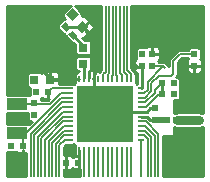
<source format=gbr>
G04 #@! TF.FileFunction,Copper,L1,Top,Signal*
%FSLAX46Y46*%
G04 Gerber Fmt 4.6, Leading zero omitted, Abs format (unit mm)*
G04 Created by KiCad (PCBNEW 4.0.0-stable) date Wednesday, March 16, 2016 'PMt' 09:11:23 PM*
%MOMM*%
G01*
G04 APERTURE LIST*
%ADD10C,0.100000*%
%ADD11C,0.609600*%
%ADD12O,0.650001X0.200000*%
%ADD13O,0.200000X0.650001*%
%ADD14R,4.700001X4.700001*%
%ADD15R,0.499999X0.599999*%
%ADD16R,0.599999X0.499999*%
%ADD17R,0.650001X0.499999*%
%ADD18R,0.750001X0.800001*%
%ADD19R,0.800001X0.750001*%
%ADD20R,1.800000X1.000000*%
%ADD21C,0.152400*%
%ADD22C,0.762000*%
%ADD23C,0.228600*%
%ADD24C,0.203200*%
%ADD25C,0.381000*%
%ADD26C,0.254000*%
%ADD27C,0.508000*%
%ADD28C,0.279400*%
G04 APERTURE END LIST*
D10*
G36*
X82243708Y93423399D02*
X82725799Y92848865D01*
X82112964Y92334635D01*
X81630873Y92909169D01*
X82243708Y93423399D01*
X82243708Y93423399D01*
G37*
G36*
X81375944Y94457559D02*
X81858035Y93883025D01*
X81245200Y93368795D01*
X80763109Y93943329D01*
X81375944Y94457559D01*
X81375944Y94457559D01*
G37*
D11*
X92056140Y94356220D03*
X86595140Y94356220D03*
X81184940Y89454020D03*
X76079540Y94356220D03*
X80219740Y94356220D03*
X83496340Y94356220D03*
X77019340Y85288420D03*
X76079540Y81986420D03*
X76079540Y80589420D03*
X92056140Y80691020D03*
X89262140Y80691020D03*
X92056140Y84145420D03*
X90201940Y84145420D03*
X92056140Y85847220D03*
X91598940Y88742820D03*
X89033540Y91613020D03*
X92056140Y92908420D03*
X86493540Y90597020D03*
X88042940Y91435220D03*
X87204740Y91435220D03*
X87204740Y91435220D03*
X86595140Y92908420D03*
X83420140Y92908420D03*
X76079540Y89276220D03*
X78848140Y90038220D03*
X76079540Y92908420D03*
X78775930Y89168620D03*
X77197140Y88412620D03*
X86493540Y89504820D03*
X80778540Y80564020D03*
X91090940Y83104020D03*
X81718340Y80589420D03*
X81108740Y82491620D03*
X77451140Y87396620D03*
X90684540Y87218820D03*
X90684540Y88057020D03*
X78695740Y92908420D03*
X90129730Y85841220D03*
X83496340Y89530220D03*
D12*
X81080935Y87691617D03*
X81080935Y87291617D03*
X81080935Y86891617D03*
X81080935Y86491617D03*
X81080935Y86091617D03*
X81080935Y85691617D03*
X81080935Y85291617D03*
X81080935Y84891617D03*
X81080935Y84491617D03*
X81080935Y84091617D03*
X81080935Y83691617D03*
X81080935Y83291617D03*
D13*
X81905935Y82466617D03*
X82305935Y82466617D03*
X82705935Y82466617D03*
X83105935Y82466617D03*
X83505935Y82466617D03*
X83905935Y82466617D03*
X84305935Y82466617D03*
X84705935Y82466617D03*
X85105935Y82466617D03*
X85505935Y82466617D03*
X85905935Y82466617D03*
X86305935Y82466617D03*
D12*
X87130935Y83291617D03*
X87130935Y83691617D03*
X87130935Y84091617D03*
X87130935Y84491617D03*
X87130935Y84891617D03*
X87130935Y85291617D03*
X87130935Y85691617D03*
X87130935Y86091617D03*
X87130935Y86491617D03*
X87130935Y86891617D03*
X87130935Y87291617D03*
X87130935Y87691617D03*
D13*
X86305935Y88516617D03*
X85905935Y88516617D03*
X85505935Y88516617D03*
X85105935Y88516617D03*
X84705935Y88516617D03*
X84305935Y88516617D03*
X83905935Y88516617D03*
X83505935Y88516617D03*
X83105935Y88516617D03*
X82705935Y88516617D03*
X82305935Y88516617D03*
X81905935Y88516617D03*
D14*
X84105935Y85491617D03*
D11*
X82305935Y87291617D03*
X83505935Y87291617D03*
X84705935Y87291617D03*
X85905935Y87291617D03*
X82305935Y86091617D03*
X83505935Y86091617D03*
X84705935Y86091617D03*
X85905935Y86091617D03*
X82305935Y84891617D03*
X83505935Y84891617D03*
X84705935Y84891617D03*
X85905935Y84891617D03*
X82305935Y83691617D03*
X83505935Y83691617D03*
X84705935Y83691617D03*
X85905935Y83691617D03*
D15*
X87204735Y89589017D03*
X87204735Y90589017D03*
X88093735Y89589017D03*
X88093735Y90589017D03*
X91649735Y90589017D03*
X91649735Y89589017D03*
D16*
X88889135Y88107817D03*
X89889135Y88107817D03*
X88889135Y87218817D03*
X89889135Y87218817D03*
D17*
X89244335Y84983617D03*
X90194335Y84983617D03*
D15*
X88296935Y84991617D03*
X88296935Y85991617D03*
D16*
X77138335Y82799217D03*
X76138335Y82799217D03*
D15*
X78060735Y86448817D03*
X78060735Y85448817D03*
D16*
X79271935Y87371217D03*
X78271935Y87371217D03*
D18*
X79446935Y88412617D03*
X78096935Y88412617D03*
D19*
X82226335Y89774781D03*
X82226335Y91124781D03*
D10*
G36*
X81346582Y92578287D02*
X81764394Y92080358D01*
X81381374Y91758965D01*
X80963562Y92256894D01*
X81346582Y92578287D01*
X81346582Y92578287D01*
G37*
G36*
X80735934Y93306029D02*
X81153746Y92808100D01*
X80770726Y92486707D01*
X80352914Y92984636D01*
X80735934Y93306029D01*
X80735934Y93306029D01*
G37*
D20*
X76638335Y86360617D03*
X76638335Y83860617D03*
D16*
X80761135Y81402217D03*
X81761135Y81402217D03*
D21*
X79918640Y80264000D02*
X79918640Y82970730D01*
X79309040Y80264000D02*
X79309040Y83223230D01*
X79613840Y80264000D02*
X79613840Y83096980D01*
X78391990Y80264000D02*
X78391990Y83603080D01*
X79004240Y80264000D02*
X79004240Y83349480D01*
X78699440Y80264000D02*
X78699440Y83475730D01*
X78086670Y80264000D02*
X78086670Y83729560D01*
X77781340Y80264000D02*
X77781340Y83856020D01*
X80223440Y80264000D02*
X80223440Y82844470D01*
X80223440Y82844470D02*
X80670580Y83291620D01*
X80670580Y83291620D02*
X81080940Y83291620D01*
X82705940Y80259220D02*
X82705940Y82466620D01*
X83905940Y80259220D02*
X83905940Y82466620D01*
X84305940Y80259220D02*
X84305940Y82466620D01*
X84705940Y80259220D02*
X84705940Y82466620D01*
X85105940Y80259220D02*
X85105940Y82466620D01*
X85505940Y80259220D02*
X85505940Y82466620D01*
X85905940Y80259220D02*
X85905940Y82466620D01*
X86305940Y88516620D02*
X86305940Y88885280D01*
X85960140Y89231080D02*
X85960140Y94686420D01*
X85960140Y89231080D02*
X86305940Y88885280D01*
X85905930Y88516620D02*
X85905930Y88854230D01*
X85655340Y89104830D02*
X85655340Y94686420D01*
X85655340Y89104830D02*
X85905930Y88854230D01*
X85505940Y88516620D02*
X85505940Y88823180D01*
X85350540Y88978580D02*
X85350540Y94686420D01*
X85350540Y88978580D02*
X85505940Y88823180D01*
X85105940Y88516620D02*
X85105940Y88792130D01*
X85045740Y88852330D02*
X85045740Y94686420D01*
X85045740Y88852330D02*
X85105940Y88792130D01*
X84705930Y88811660D02*
X84740940Y88846670D01*
X84705930Y88516620D02*
X84705930Y88811660D01*
X84740940Y88846670D02*
X84740940Y94686420D01*
X84436140Y88972920D02*
X84436140Y94686420D01*
X84305940Y88842720D02*
X84436140Y88972920D01*
X84305940Y88516620D02*
X84305940Y88842720D01*
X84131340Y89099160D02*
X84131340Y94686420D01*
X83905930Y88873760D02*
X84131340Y89099160D01*
X83905930Y88516620D02*
X83905930Y88873760D01*
X88296940Y80259220D02*
X88296940Y83680670D01*
X87130940Y84091620D02*
X87454940Y84091620D01*
X87989340Y80259220D02*
X87989340Y83557220D01*
X86305940Y80259220D02*
X86305940Y82466620D01*
X88601740Y80259220D02*
X88601740Y83806920D01*
X87130940Y84491620D02*
X87485990Y84491620D01*
X87130940Y84891620D02*
X87517040Y84891620D01*
D22*
X90202340Y84990020D02*
X92075000Y84990020D01*
D21*
X83105930Y80259220D02*
X83105930Y82466620D01*
X83505930Y80259220D02*
X83505930Y82466620D01*
X82305930Y80259220D02*
X82305930Y82466620D01*
X87517040Y84891620D02*
X88601740Y83806920D01*
X87485990Y84491620D02*
X88296940Y83680670D01*
X87454940Y84091620D02*
X87989340Y83557220D01*
X80577430Y84491620D02*
X81080940Y84491620D01*
X79309040Y83223230D02*
X80577430Y84491620D01*
X80546370Y84891620D02*
X81080940Y84891620D01*
X79004240Y83349480D02*
X80546370Y84891620D01*
X80639530Y83691620D02*
X81080940Y83691620D01*
X79918640Y82970730D02*
X80639530Y83691620D01*
X80608480Y84091620D02*
X81080940Y84091620D01*
X79613840Y83096980D02*
X80608480Y84091620D01*
X80515330Y85291620D02*
X81080940Y85291620D01*
X78699440Y83475730D02*
X80515330Y85291620D01*
X80480530Y85691620D02*
X81080940Y85691620D01*
X78391990Y83603080D02*
X80480530Y85691620D01*
X80448730Y86091620D02*
X81080940Y86091620D01*
X78086670Y83729560D02*
X80448730Y86091620D01*
X80416930Y86491620D02*
X81080940Y86491620D01*
X77781340Y83856020D02*
X80416930Y86491620D01*
X87130940Y80259220D02*
X87130940Y83291620D01*
X87684540Y80259220D02*
X87684540Y83427720D01*
X87420640Y83691620D02*
X87684540Y83427720D01*
X87130940Y83691620D02*
X87420640Y83691620D01*
D23*
X84723540Y85694820D02*
X87605170Y85694820D01*
X87892180Y85981830D02*
X88304940Y85981830D01*
X87605170Y85694820D02*
X87892180Y85981830D01*
D24*
X79275920Y87390620D02*
X79576930Y87691620D01*
D21*
X87517040Y86091620D02*
X88644230Y87218820D01*
X88296930Y87302570D02*
X88296940Y87553850D01*
X87485990Y86491620D02*
X88296930Y87302570D01*
X88644230Y87218820D02*
X88906540Y87218820D01*
X88296940Y87553850D02*
X88781060Y88037970D01*
D23*
X82178330Y92879020D02*
X82893040Y92164310D01*
X82893040Y89289310D02*
X82893040Y92164310D01*
X83293140Y89098420D02*
X83293140Y89530220D01*
X83105930Y88911220D02*
X83293140Y89098420D01*
X83105930Y88516620D02*
X83105930Y88911220D01*
X79450930Y88576620D02*
X79535930Y88491620D01*
X78858930Y89168620D02*
X79450930Y88576620D01*
X79535930Y88491620D02*
X81896140Y88491620D01*
D25*
X79450930Y88406620D02*
X79450930Y88576620D01*
D23*
X78775930Y89168620D02*
X78858930Y89168620D01*
D26*
X86510930Y89487420D02*
X87204740Y89487420D01*
X86493540Y89504820D02*
X86510930Y89487420D01*
D23*
X81905930Y80777020D02*
X81905930Y82466620D01*
D25*
X81644710Y80589420D02*
X81718340Y80589420D01*
D23*
X81718340Y80589420D02*
X81905930Y80777020D01*
X83105930Y87691620D02*
X83105930Y88516620D01*
X82705930Y89102210D02*
X82893040Y89289310D01*
D21*
X87989340Y87426020D02*
X87989340Y88094450D01*
X87454940Y86891620D02*
X87989340Y87426020D01*
X87130940Y86891620D02*
X87454940Y86891620D01*
X90422530Y90589020D02*
X91649740Y90589020D01*
X89871740Y88920620D02*
X89871740Y90038220D01*
X89871740Y90038220D02*
X90422530Y90589020D01*
X87989340Y88094450D02*
X88637710Y88742820D01*
X88637710Y88742820D02*
X89693940Y88742820D01*
X89693940Y88742820D02*
X89871740Y88920620D01*
X88042940Y89589020D02*
X88999530Y89589020D01*
X88999530Y89589020D02*
X89199530Y89389020D01*
X87420640Y87291620D02*
X87684540Y87555510D01*
X87130940Y87291620D02*
X87420640Y87291620D01*
X88917860Y89454020D02*
X89134530Y89454020D01*
X87684540Y87555510D02*
X87684540Y88220700D01*
X87684540Y88220700D02*
X88917860Y89454020D01*
D27*
X88296930Y84986820D02*
X89193930Y84986820D01*
D23*
X87915710Y84981830D02*
X88304940Y84981830D01*
X87605920Y85291620D02*
X87915710Y84981830D01*
X87130940Y85291620D02*
X87605920Y85291620D01*
D24*
X79576930Y87691620D02*
X81080940Y87691620D01*
D26*
X87204740Y87765420D02*
X87204740Y89487420D01*
X87130940Y87691620D02*
X87204740Y87765420D01*
D21*
X87130940Y86091620D02*
X87517040Y86091620D01*
X87130940Y86491620D02*
X87485990Y86491620D01*
D28*
X81363980Y92168620D02*
X82226340Y91306270D01*
D23*
X82705930Y88547180D02*
X82705930Y89102210D01*
D21*
X79423070Y86360610D02*
X80354080Y87291620D01*
X76638340Y86360610D02*
X79423070Y86360610D01*
X80354080Y87291620D02*
X81080940Y87291620D01*
X76638340Y83860610D02*
X77138330Y83360620D01*
X77138330Y82799220D02*
X77138330Y83360620D01*
X76638340Y83860610D02*
X77354130Y83860610D01*
X80385130Y86891620D02*
X81080940Y86891620D01*
X77354130Y83860610D02*
X80385130Y86891620D01*
D23*
X82305930Y88547180D02*
X82305930Y89695180D01*
X80753330Y92896370D02*
X82160980Y92896370D01*
D28*
X82226340Y91124780D02*
X82226340Y91306270D01*
D26*
G36*
X77138835Y82263468D02*
X77234085Y82168218D01*
X77425740Y82168218D01*
X77425740Y80264000D01*
X77427205Y80249060D01*
X75739180Y80249060D01*
X75739180Y82289022D01*
X75760121Y82279582D01*
X75838336Y82268467D01*
X76438334Y82268467D01*
X76482827Y82272015D01*
X76554522Y82294217D01*
X76595462Y82253276D01*
X76657865Y82211580D01*
X76727202Y82182860D01*
X76800811Y82168218D01*
X77042585Y82168218D01*
X77137835Y82263468D01*
X77137835Y82443810D01*
X77138835Y82443901D01*
X77138835Y82263468D01*
X77138835Y82263468D01*
G37*
X77138835Y82263468D02*
X77234085Y82168218D01*
X77425740Y82168218D01*
X77425740Y80264000D01*
X77427205Y80249060D01*
X75739180Y80249060D01*
X75739180Y82289022D01*
X75760121Y82279582D01*
X75838336Y82268467D01*
X76438334Y82268467D01*
X76482827Y82272015D01*
X76554522Y82294217D01*
X76595462Y82253276D01*
X76657865Y82211580D01*
X76727202Y82182860D01*
X76800811Y82168218D01*
X77042585Y82168218D01*
X77137835Y82263468D01*
X77137835Y82443810D01*
X77138835Y82443901D01*
X77138835Y82263468D01*
G36*
X92396100Y80249060D02*
X88956722Y80249060D01*
X88957305Y80254255D01*
X88957340Y80259220D01*
X88957340Y83642200D01*
X89776300Y83642200D01*
X89822459Y83650885D01*
X89864853Y83678165D01*
X89893294Y83719790D01*
X89903300Y83769200D01*
X89903300Y84404398D01*
X89942181Y84383023D01*
X90065035Y84344051D01*
X90193119Y84329684D01*
X90202340Y84329620D01*
X92075000Y84329620D01*
X92203272Y84342197D01*
X92326659Y84379450D01*
X92396100Y84416372D01*
X92396100Y80249060D01*
X92396100Y80249060D01*
G37*
X92396100Y80249060D02*
X88956722Y80249060D01*
X88957305Y80254255D01*
X88957340Y80259220D01*
X88957340Y83642200D01*
X89776300Y83642200D01*
X89822459Y83650885D01*
X89864853Y83678165D01*
X89893294Y83719790D01*
X89903300Y83769200D01*
X89903300Y84404398D01*
X89942181Y84383023D01*
X90065035Y84344051D01*
X90193119Y84329684D01*
X90202340Y84329620D01*
X92075000Y84329620D01*
X92203272Y84342197D01*
X92326659Y84379450D01*
X92396100Y84416372D01*
X92396100Y80249060D01*
G36*
X81459993Y82898743D02*
X81513062Y82845675D01*
X81549931Y82821040D01*
X81534826Y82773423D01*
X81526572Y82699838D01*
X81526535Y82694541D01*
X81526535Y82238693D01*
X81533761Y82165000D01*
X81555162Y82094115D01*
X81589925Y82028736D01*
X81636724Y81971355D01*
X81683126Y81932967D01*
X81461136Y81932967D01*
X81416643Y81929419D01*
X81344948Y81907217D01*
X81304008Y81948158D01*
X81241605Y81989854D01*
X81172268Y82018574D01*
X81098659Y82033216D01*
X80856885Y82033216D01*
X80761635Y81937966D01*
X80761635Y81402717D01*
X80781635Y81402717D01*
X80781635Y81401717D01*
X80761635Y81401717D01*
X80761635Y80866468D01*
X80856885Y80771218D01*
X81098659Y80771218D01*
X81172268Y80785860D01*
X81241605Y80814580D01*
X81304008Y80856276D01*
X81346659Y80898928D01*
X81382921Y80882582D01*
X81461136Y80871467D01*
X81950330Y80871467D01*
X81950330Y80259220D01*
X81951326Y80249060D01*
X80577886Y80249060D01*
X80579005Y80259035D01*
X80579040Y80264000D01*
X80579040Y80771218D01*
X80665385Y80771218D01*
X80760635Y80866468D01*
X80760635Y81401717D01*
X80740635Y81401717D01*
X80740635Y81402717D01*
X80760635Y81402717D01*
X80760635Y81937966D01*
X80665385Y82033216D01*
X80579040Y82033216D01*
X80579040Y82697178D01*
X80799517Y82917660D01*
X80847714Y82912254D01*
X80853011Y82912217D01*
X81308859Y82912217D01*
X81382552Y82919443D01*
X81435484Y82935424D01*
X81459993Y82898743D01*
X81459993Y82898743D01*
G37*
X81459993Y82898743D02*
X81513062Y82845675D01*
X81549931Y82821040D01*
X81534826Y82773423D01*
X81526572Y82699838D01*
X81526535Y82694541D01*
X81526535Y82238693D01*
X81533761Y82165000D01*
X81555162Y82094115D01*
X81589925Y82028736D01*
X81636724Y81971355D01*
X81683126Y81932967D01*
X81461136Y81932967D01*
X81416643Y81929419D01*
X81344948Y81907217D01*
X81304008Y81948158D01*
X81241605Y81989854D01*
X81172268Y82018574D01*
X81098659Y82033216D01*
X80856885Y82033216D01*
X80761635Y81937966D01*
X80761635Y81402717D01*
X80781635Y81402717D01*
X80781635Y81401717D01*
X80761635Y81401717D01*
X80761635Y80866468D01*
X80856885Y80771218D01*
X81098659Y80771218D01*
X81172268Y80785860D01*
X81241605Y80814580D01*
X81304008Y80856276D01*
X81346659Y80898928D01*
X81382921Y80882582D01*
X81461136Y80871467D01*
X81950330Y80871467D01*
X81950330Y80259220D01*
X81951326Y80249060D01*
X80577886Y80249060D01*
X80579005Y80259035D01*
X80579040Y80264000D01*
X80579040Y80771218D01*
X80665385Y80771218D01*
X80760635Y80866468D01*
X80760635Y81401717D01*
X80740635Y81401717D01*
X80740635Y81402717D01*
X80760635Y81402717D01*
X80760635Y81937966D01*
X80665385Y82033216D01*
X80579040Y82033216D01*
X80579040Y82697178D01*
X80799517Y82917660D01*
X80847714Y82912254D01*
X80853011Y82912217D01*
X81308859Y82912217D01*
X81382552Y82919443D01*
X81435484Y82935424D01*
X81459993Y82898743D01*
G36*
X77529985Y85148818D02*
X77533533Y85104325D01*
X77556903Y85028859D01*
X77600372Y84962893D01*
X77660499Y84911648D01*
X77732521Y84879182D01*
X77810736Y84868067D01*
X77858690Y84868067D01*
X77619532Y84628909D01*
X77616550Y84630253D01*
X77538335Y84641368D01*
X75739180Y84641368D01*
X75739180Y85579866D01*
X77529985Y85579866D01*
X77529985Y85148818D01*
X77529985Y85148818D01*
G37*
X77529985Y85148818D02*
X77533533Y85104325D01*
X77556903Y85028859D01*
X77600372Y84962893D01*
X77660499Y84911648D01*
X77732521Y84879182D01*
X77810736Y84868067D01*
X77858690Y84868067D01*
X77619532Y84628909D01*
X77616550Y84630253D01*
X77538335Y84641368D01*
X75739180Y84641368D01*
X75739180Y85579866D01*
X77529985Y85579866D01*
X77529985Y85148818D01*
G36*
X84106435Y85492117D02*
X84126435Y85492117D01*
X84126435Y85491117D01*
X84106435Y85491117D01*
X84106435Y85471117D01*
X84105435Y85471117D01*
X84105435Y85491117D01*
X84085435Y85491117D01*
X84085435Y85492117D01*
X84105435Y85492117D01*
X84105435Y85512117D01*
X84106435Y85512117D01*
X84106435Y85492117D01*
X84106435Y85492117D01*
G37*
X84106435Y85492117D02*
X84126435Y85492117D01*
X84126435Y85491117D01*
X84106435Y85491117D01*
X84106435Y85471117D01*
X84105435Y85471117D01*
X84105435Y85491117D01*
X84085435Y85491117D01*
X84085435Y85492117D01*
X84105435Y85492117D01*
X84105435Y85512117D01*
X84106435Y85512117D01*
X84106435Y85492117D01*
G36*
X92396100Y85563514D02*
X92335159Y85597017D01*
X92212305Y85635989D01*
X92084221Y85650356D01*
X92075000Y85650420D01*
X90202340Y85650420D01*
X90074068Y85637843D01*
X89950681Y85600590D01*
X89903300Y85575397D01*
X89903300Y86677500D01*
X89901312Y86688067D01*
X90189134Y86688067D01*
X90233627Y86691615D01*
X90309093Y86714985D01*
X90375059Y86758454D01*
X90426304Y86818581D01*
X90458770Y86890603D01*
X90469885Y86968818D01*
X90469885Y87468816D01*
X90466337Y87513309D01*
X90442967Y87588775D01*
X90399498Y87654741D01*
X90388939Y87663740D01*
X90426304Y87707581D01*
X90458770Y87779603D01*
X90469885Y87857818D01*
X90469885Y88357816D01*
X90466337Y88402309D01*
X90442967Y88477775D01*
X90399498Y88543741D01*
X90339371Y88594986D01*
X90267349Y88627452D01*
X90189134Y88638567D01*
X90092581Y88638567D01*
X90123187Y88669173D01*
X90144062Y88694586D01*
X90165150Y88719718D01*
X90166049Y88721354D01*
X90167238Y88722801D01*
X90182773Y88751773D01*
X90198585Y88780534D01*
X90199150Y88782316D01*
X90200034Y88783964D01*
X90209640Y88815384D01*
X90219569Y88846687D01*
X90219777Y88848545D01*
X90220324Y88850333D01*
X90223645Y88883029D01*
X90227305Y88915655D01*
X90227331Y88919308D01*
X90227338Y88919379D01*
X90227332Y88919445D01*
X90227340Y88920620D01*
X90227340Y89493267D01*
X91018736Y89493267D01*
X91018736Y89251493D01*
X91033378Y89177884D01*
X91062098Y89108547D01*
X91103794Y89046144D01*
X91156863Y88993076D01*
X91219265Y88951380D01*
X91288603Y88922660D01*
X91362211Y88908018D01*
X91553985Y88908018D01*
X91649235Y89003268D01*
X91649235Y89588517D01*
X91650235Y89588517D01*
X91650235Y89003268D01*
X91745485Y88908018D01*
X91937259Y88908018D01*
X92010867Y88922660D01*
X92080205Y88951380D01*
X92142607Y88993076D01*
X92195676Y89046144D01*
X92237372Y89108547D01*
X92266092Y89177884D01*
X92280734Y89251493D01*
X92280734Y89493267D01*
X92185484Y89588517D01*
X91650235Y89588517D01*
X91649235Y89588517D01*
X91113986Y89588517D01*
X91018736Y89493267D01*
X90227340Y89493267D01*
X90227340Y89890928D01*
X90569827Y90233420D01*
X91125972Y90233420D01*
X91144735Y90172830D01*
X91103794Y90131890D01*
X91062098Y90069487D01*
X91033378Y90000150D01*
X91018736Y89926541D01*
X91018736Y89684767D01*
X91113986Y89589517D01*
X91649235Y89589517D01*
X91649235Y89609517D01*
X91650235Y89609517D01*
X91650235Y89589517D01*
X92185484Y89589517D01*
X92280734Y89684767D01*
X92280734Y89926541D01*
X92266092Y90000150D01*
X92237372Y90069487D01*
X92195676Y90131890D01*
X92153024Y90174541D01*
X92169370Y90210803D01*
X92180485Y90289018D01*
X92180485Y90889016D01*
X92176937Y90933509D01*
X92153567Y91008975D01*
X92110098Y91074941D01*
X92049971Y91126186D01*
X91977949Y91158652D01*
X91899734Y91169767D01*
X91399736Y91169767D01*
X91355243Y91166219D01*
X91279777Y91142849D01*
X91213811Y91099380D01*
X91162566Y91039253D01*
X91130100Y90967231D01*
X91126887Y90944620D01*
X90422530Y90944620D01*
X90389783Y90941409D01*
X90357114Y90938551D01*
X90355323Y90938031D01*
X90353460Y90937848D01*
X90321983Y90928345D01*
X90290469Y90919189D01*
X90288811Y90918329D01*
X90287021Y90917789D01*
X90257974Y90902344D01*
X90228854Y90887249D01*
X90227397Y90886086D01*
X90225744Y90885207D01*
X90200259Y90864422D01*
X90174616Y90843951D01*
X90172016Y90841387D01*
X90171962Y90841343D01*
X90171921Y90841293D01*
X90171081Y90840465D01*
X89620291Y90289665D01*
X89599420Y90264256D01*
X89578330Y90239122D01*
X89577430Y90237484D01*
X89576240Y90236036D01*
X89560721Y90207092D01*
X89544895Y90178306D01*
X89544328Y90176519D01*
X89543445Y90174872D01*
X89533842Y90143462D01*
X89523911Y90112153D01*
X89523703Y90110295D01*
X89523155Y90108504D01*
X89519832Y90075790D01*
X89516175Y90043185D01*
X89516149Y90039529D01*
X89516142Y90039458D01*
X89516148Y90039392D01*
X89516140Y90038220D01*
X89516140Y89547238D01*
X89497761Y89582694D01*
X89454463Y89636931D01*
X89450977Y89640467D01*
X89250977Y89840467D01*
X89225537Y89861364D01*
X89200432Y89882430D01*
X89198800Y89883328D01*
X89197349Y89884519D01*
X89168357Y89900064D01*
X89139616Y89915865D01*
X89137832Y89916431D01*
X89136185Y89917314D01*
X89104738Y89926928D01*
X89073463Y89936849D01*
X89071610Y89937057D01*
X89069817Y89937605D01*
X89037072Y89940931D01*
X89004495Y89944585D01*
X89000842Y89944611D01*
X89000771Y89944618D01*
X89000705Y89944612D01*
X88999530Y89944620D01*
X88617496Y89944620D01*
X88598735Y90005204D01*
X88639676Y90046144D01*
X88681372Y90108547D01*
X88710092Y90177884D01*
X88724734Y90251493D01*
X88724734Y90493267D01*
X88629484Y90588517D01*
X88094235Y90588517D01*
X88094235Y90568517D01*
X88093235Y90568517D01*
X88093235Y90588517D01*
X88073235Y90588517D01*
X88073235Y90589517D01*
X88093235Y90589517D01*
X88093235Y91174766D01*
X88094235Y91174766D01*
X88094235Y90589517D01*
X88629484Y90589517D01*
X88724734Y90684767D01*
X88724734Y90926541D01*
X88710092Y91000150D01*
X88681372Y91069487D01*
X88639676Y91131890D01*
X88586607Y91184958D01*
X88524205Y91226654D01*
X88454867Y91255374D01*
X88381259Y91270016D01*
X88189485Y91270016D01*
X88094235Y91174766D01*
X88093235Y91174766D01*
X87997985Y91270016D01*
X87806211Y91270016D01*
X87732603Y91255374D01*
X87663265Y91226654D01*
X87600863Y91184958D01*
X87561628Y91145724D01*
X87532949Y91158652D01*
X87454734Y91169767D01*
X86954736Y91169767D01*
X86910243Y91166219D01*
X86834777Y91142849D01*
X86768811Y91099380D01*
X86717566Y91039253D01*
X86685100Y90967231D01*
X86673985Y90889016D01*
X86673985Y90289018D01*
X86677533Y90244525D01*
X86699735Y90172830D01*
X86658794Y90131890D01*
X86617098Y90069487D01*
X86588378Y90000150D01*
X86573736Y89926541D01*
X86573736Y89684767D01*
X86668986Y89589517D01*
X86812805Y89589517D01*
X86812487Y89588517D01*
X86668986Y89588517D01*
X86573736Y89493267D01*
X86573736Y89251493D01*
X86588378Y89177884D01*
X86617098Y89108547D01*
X86658794Y89046144D01*
X86711863Y88993076D01*
X86774265Y88951380D01*
X86798340Y88941408D01*
X86798340Y88054438D01*
X86776386Y88047810D01*
X86751877Y88084491D01*
X86698808Y88137559D01*
X86661939Y88162194D01*
X86677044Y88209811D01*
X86685298Y88283396D01*
X86685335Y88288693D01*
X86685335Y88744541D01*
X86678109Y88818234D01*
X86661540Y88873114D01*
X86661540Y88885280D01*
X86658327Y88918052D01*
X86655471Y88950693D01*
X86654951Y88952483D01*
X86654768Y88954350D01*
X86645259Y88985844D01*
X86636110Y89017339D01*
X86635249Y89018999D01*
X86634709Y89020789D01*
X86619284Y89049799D01*
X86604171Y89078954D01*
X86603005Y89080414D01*
X86602127Y89082066D01*
X86581361Y89107528D01*
X86560873Y89133192D01*
X86558307Y89135794D01*
X86558263Y89135848D01*
X86558213Y89135889D01*
X86557387Y89136727D01*
X86315740Y89378374D01*
X86315740Y94686420D01*
X86314744Y94696580D01*
X92396100Y94696580D01*
X92396100Y85563514D01*
X92396100Y85563514D01*
G37*
X92396100Y85563514D02*
X92335159Y85597017D01*
X92212305Y85635989D01*
X92084221Y85650356D01*
X92075000Y85650420D01*
X90202340Y85650420D01*
X90074068Y85637843D01*
X89950681Y85600590D01*
X89903300Y85575397D01*
X89903300Y86677500D01*
X89901312Y86688067D01*
X90189134Y86688067D01*
X90233627Y86691615D01*
X90309093Y86714985D01*
X90375059Y86758454D01*
X90426304Y86818581D01*
X90458770Y86890603D01*
X90469885Y86968818D01*
X90469885Y87468816D01*
X90466337Y87513309D01*
X90442967Y87588775D01*
X90399498Y87654741D01*
X90388939Y87663740D01*
X90426304Y87707581D01*
X90458770Y87779603D01*
X90469885Y87857818D01*
X90469885Y88357816D01*
X90466337Y88402309D01*
X90442967Y88477775D01*
X90399498Y88543741D01*
X90339371Y88594986D01*
X90267349Y88627452D01*
X90189134Y88638567D01*
X90092581Y88638567D01*
X90123187Y88669173D01*
X90144062Y88694586D01*
X90165150Y88719718D01*
X90166049Y88721354D01*
X90167238Y88722801D01*
X90182773Y88751773D01*
X90198585Y88780534D01*
X90199150Y88782316D01*
X90200034Y88783964D01*
X90209640Y88815384D01*
X90219569Y88846687D01*
X90219777Y88848545D01*
X90220324Y88850333D01*
X90223645Y88883029D01*
X90227305Y88915655D01*
X90227331Y88919308D01*
X90227338Y88919379D01*
X90227332Y88919445D01*
X90227340Y88920620D01*
X90227340Y89493267D01*
X91018736Y89493267D01*
X91018736Y89251493D01*
X91033378Y89177884D01*
X91062098Y89108547D01*
X91103794Y89046144D01*
X91156863Y88993076D01*
X91219265Y88951380D01*
X91288603Y88922660D01*
X91362211Y88908018D01*
X91553985Y88908018D01*
X91649235Y89003268D01*
X91649235Y89588517D01*
X91650235Y89588517D01*
X91650235Y89003268D01*
X91745485Y88908018D01*
X91937259Y88908018D01*
X92010867Y88922660D01*
X92080205Y88951380D01*
X92142607Y88993076D01*
X92195676Y89046144D01*
X92237372Y89108547D01*
X92266092Y89177884D01*
X92280734Y89251493D01*
X92280734Y89493267D01*
X92185484Y89588517D01*
X91650235Y89588517D01*
X91649235Y89588517D01*
X91113986Y89588517D01*
X91018736Y89493267D01*
X90227340Y89493267D01*
X90227340Y89890928D01*
X90569827Y90233420D01*
X91125972Y90233420D01*
X91144735Y90172830D01*
X91103794Y90131890D01*
X91062098Y90069487D01*
X91033378Y90000150D01*
X91018736Y89926541D01*
X91018736Y89684767D01*
X91113986Y89589517D01*
X91649235Y89589517D01*
X91649235Y89609517D01*
X91650235Y89609517D01*
X91650235Y89589517D01*
X92185484Y89589517D01*
X92280734Y89684767D01*
X92280734Y89926541D01*
X92266092Y90000150D01*
X92237372Y90069487D01*
X92195676Y90131890D01*
X92153024Y90174541D01*
X92169370Y90210803D01*
X92180485Y90289018D01*
X92180485Y90889016D01*
X92176937Y90933509D01*
X92153567Y91008975D01*
X92110098Y91074941D01*
X92049971Y91126186D01*
X91977949Y91158652D01*
X91899734Y91169767D01*
X91399736Y91169767D01*
X91355243Y91166219D01*
X91279777Y91142849D01*
X91213811Y91099380D01*
X91162566Y91039253D01*
X91130100Y90967231D01*
X91126887Y90944620D01*
X90422530Y90944620D01*
X90389783Y90941409D01*
X90357114Y90938551D01*
X90355323Y90938031D01*
X90353460Y90937848D01*
X90321983Y90928345D01*
X90290469Y90919189D01*
X90288811Y90918329D01*
X90287021Y90917789D01*
X90257974Y90902344D01*
X90228854Y90887249D01*
X90227397Y90886086D01*
X90225744Y90885207D01*
X90200259Y90864422D01*
X90174616Y90843951D01*
X90172016Y90841387D01*
X90171962Y90841343D01*
X90171921Y90841293D01*
X90171081Y90840465D01*
X89620291Y90289665D01*
X89599420Y90264256D01*
X89578330Y90239122D01*
X89577430Y90237484D01*
X89576240Y90236036D01*
X89560721Y90207092D01*
X89544895Y90178306D01*
X89544328Y90176519D01*
X89543445Y90174872D01*
X89533842Y90143462D01*
X89523911Y90112153D01*
X89523703Y90110295D01*
X89523155Y90108504D01*
X89519832Y90075790D01*
X89516175Y90043185D01*
X89516149Y90039529D01*
X89516142Y90039458D01*
X89516148Y90039392D01*
X89516140Y90038220D01*
X89516140Y89547238D01*
X89497761Y89582694D01*
X89454463Y89636931D01*
X89450977Y89640467D01*
X89250977Y89840467D01*
X89225537Y89861364D01*
X89200432Y89882430D01*
X89198800Y89883328D01*
X89197349Y89884519D01*
X89168357Y89900064D01*
X89139616Y89915865D01*
X89137832Y89916431D01*
X89136185Y89917314D01*
X89104738Y89926928D01*
X89073463Y89936849D01*
X89071610Y89937057D01*
X89069817Y89937605D01*
X89037072Y89940931D01*
X89004495Y89944585D01*
X89000842Y89944611D01*
X89000771Y89944618D01*
X89000705Y89944612D01*
X88999530Y89944620D01*
X88617496Y89944620D01*
X88598735Y90005204D01*
X88639676Y90046144D01*
X88681372Y90108547D01*
X88710092Y90177884D01*
X88724734Y90251493D01*
X88724734Y90493267D01*
X88629484Y90588517D01*
X88094235Y90588517D01*
X88094235Y90568517D01*
X88093235Y90568517D01*
X88093235Y90588517D01*
X88073235Y90588517D01*
X88073235Y90589517D01*
X88093235Y90589517D01*
X88093235Y91174766D01*
X88094235Y91174766D01*
X88094235Y90589517D01*
X88629484Y90589517D01*
X88724734Y90684767D01*
X88724734Y90926541D01*
X88710092Y91000150D01*
X88681372Y91069487D01*
X88639676Y91131890D01*
X88586607Y91184958D01*
X88524205Y91226654D01*
X88454867Y91255374D01*
X88381259Y91270016D01*
X88189485Y91270016D01*
X88094235Y91174766D01*
X88093235Y91174766D01*
X87997985Y91270016D01*
X87806211Y91270016D01*
X87732603Y91255374D01*
X87663265Y91226654D01*
X87600863Y91184958D01*
X87561628Y91145724D01*
X87532949Y91158652D01*
X87454734Y91169767D01*
X86954736Y91169767D01*
X86910243Y91166219D01*
X86834777Y91142849D01*
X86768811Y91099380D01*
X86717566Y91039253D01*
X86685100Y90967231D01*
X86673985Y90889016D01*
X86673985Y90289018D01*
X86677533Y90244525D01*
X86699735Y90172830D01*
X86658794Y90131890D01*
X86617098Y90069487D01*
X86588378Y90000150D01*
X86573736Y89926541D01*
X86573736Y89684767D01*
X86668986Y89589517D01*
X86812805Y89589517D01*
X86812487Y89588517D01*
X86668986Y89588517D01*
X86573736Y89493267D01*
X86573736Y89251493D01*
X86588378Y89177884D01*
X86617098Y89108547D01*
X86658794Y89046144D01*
X86711863Y88993076D01*
X86774265Y88951380D01*
X86798340Y88941408D01*
X86798340Y88054438D01*
X86776386Y88047810D01*
X86751877Y88084491D01*
X86698808Y88137559D01*
X86661939Y88162194D01*
X86677044Y88209811D01*
X86685298Y88283396D01*
X86685335Y88288693D01*
X86685335Y88744541D01*
X86678109Y88818234D01*
X86661540Y88873114D01*
X86661540Y88885280D01*
X86658327Y88918052D01*
X86655471Y88950693D01*
X86654951Y88952483D01*
X86654768Y88954350D01*
X86645259Y88985844D01*
X86636110Y89017339D01*
X86635249Y89018999D01*
X86634709Y89020789D01*
X86619284Y89049799D01*
X86604171Y89078954D01*
X86603005Y89080414D01*
X86602127Y89082066D01*
X86581361Y89107528D01*
X86560873Y89133192D01*
X86558307Y89135794D01*
X86558263Y89135848D01*
X86558213Y89135889D01*
X86557387Y89136727D01*
X86315740Y89378374D01*
X86315740Y94686420D01*
X86314744Y94696580D01*
X92396100Y94696580D01*
X92396100Y85563514D01*
G36*
X87131435Y85692117D02*
X87151435Y85692117D01*
X87151435Y85691117D01*
X87131435Y85691117D01*
X87131435Y85685320D01*
X87130940Y85685320D01*
X87130435Y85685270D01*
X87130435Y85691117D01*
X87110435Y85691117D01*
X87110435Y85692117D01*
X87130435Y85692117D01*
X87130435Y85712117D01*
X87131435Y85712117D01*
X87131435Y85692117D01*
X87131435Y85692117D01*
G37*
X87131435Y85692117D02*
X87151435Y85692117D01*
X87151435Y85691117D01*
X87131435Y85691117D01*
X87131435Y85685320D01*
X87130940Y85685320D01*
X87130435Y85685270D01*
X87130435Y85691117D01*
X87110435Y85691117D01*
X87110435Y85692117D01*
X87130435Y85692117D01*
X87130435Y85712117D01*
X87131435Y85712117D01*
X87131435Y85692117D01*
G36*
X79272435Y87371717D02*
X79292435Y87371717D01*
X79292435Y87370717D01*
X79272435Y87370717D01*
X79272435Y86835468D01*
X79333735Y86774169D01*
X79275776Y86716210D01*
X78691734Y86716210D01*
X78691734Y86786341D01*
X78677092Y86859950D01*
X78676045Y86862477D01*
X78688122Y86866217D01*
X78729062Y86825276D01*
X78791465Y86783580D01*
X78860802Y86754860D01*
X78934411Y86740218D01*
X79176185Y86740218D01*
X79271435Y86835468D01*
X79271435Y87370717D01*
X79251435Y87370717D01*
X79251435Y87371717D01*
X79271435Y87371717D01*
X79271435Y87391717D01*
X79272435Y87391717D01*
X79272435Y87371717D01*
X79272435Y87371717D01*
G37*
X79272435Y87371717D02*
X79292435Y87371717D01*
X79292435Y87370717D01*
X79272435Y87370717D01*
X79272435Y86835468D01*
X79333735Y86774169D01*
X79275776Y86716210D01*
X78691734Y86716210D01*
X78691734Y86786341D01*
X78677092Y86859950D01*
X78676045Y86862477D01*
X78688122Y86866217D01*
X78729062Y86825276D01*
X78791465Y86783580D01*
X78860802Y86754860D01*
X78934411Y86740218D01*
X79176185Y86740218D01*
X79271435Y86835468D01*
X79271435Y87370717D01*
X79251435Y87370717D01*
X79251435Y87371717D01*
X79271435Y87371717D01*
X79271435Y87391717D01*
X79272435Y87391717D01*
X79272435Y87371717D01*
G36*
X81195481Y94672627D02*
X80582646Y94158397D01*
X80550843Y94127079D01*
X80508055Y94060668D01*
X80485463Y93984966D01*
X80484855Y93905967D01*
X80506280Y93829927D01*
X80548041Y93762866D01*
X80698020Y93584128D01*
X80622531Y93562858D01*
X80555470Y93521096D01*
X80172450Y93199703D01*
X80140648Y93168386D01*
X80097860Y93101975D01*
X80075268Y93026273D01*
X80074660Y92947274D01*
X80096085Y92871234D01*
X80137846Y92804173D01*
X80555658Y92306244D01*
X80586976Y92274440D01*
X80653387Y92231653D01*
X80685328Y92222121D01*
X80685308Y92219532D01*
X80706733Y92143492D01*
X80748494Y92076431D01*
X81166306Y91578502D01*
X81197624Y91546698D01*
X81264035Y91503911D01*
X81339737Y91481319D01*
X81418736Y91480711D01*
X81450302Y91489605D01*
X81545584Y91394325D01*
X81545584Y90749781D01*
X81549132Y90705288D01*
X81572502Y90629822D01*
X81615971Y90563856D01*
X81676098Y90512611D01*
X81748120Y90480145D01*
X81826335Y90469030D01*
X82626335Y90469030D01*
X82670828Y90472578D01*
X82746294Y90495948D01*
X82812260Y90539417D01*
X82863505Y90599544D01*
X82895971Y90671566D01*
X82907086Y90749781D01*
X82907086Y91499781D01*
X82903538Y91544274D01*
X82880168Y91619740D01*
X82836699Y91685706D01*
X82776572Y91736951D01*
X82704550Y91769417D01*
X82626335Y91780532D01*
X82344773Y91780532D01*
X82167926Y91957377D01*
X82191744Y91959985D01*
X82263321Y91982554D01*
X82329120Y92018652D01*
X82590935Y92238340D01*
X82602675Y92372532D01*
X82414134Y92597226D01*
X82414909Y92597858D01*
X82603441Y92373175D01*
X82737632Y92361434D01*
X82999447Y92581123D01*
X83046422Y92639654D01*
X83081077Y92706224D01*
X83102078Y92778276D01*
X83108620Y92853041D01*
X83100449Y92927646D01*
X83077881Y92999222D01*
X83041783Y93065022D01*
X82993541Y93122513D01*
X82838164Y93307685D01*
X82703972Y93319426D01*
X82476835Y93128835D01*
X82476208Y93129614D01*
X82703330Y93320192D01*
X82715070Y93454383D01*
X82559692Y93639555D01*
X82511451Y93697047D01*
X82452919Y93744023D01*
X82386350Y93778677D01*
X82314297Y93799679D01*
X82239532Y93806219D01*
X82164928Y93798049D01*
X82118366Y93783367D01*
X82135681Y93841388D01*
X82136289Y93920387D01*
X82114864Y93996427D01*
X82073103Y94063488D01*
X81591012Y94638022D01*
X81559694Y94669826D01*
X81518168Y94696580D01*
X83776358Y94696580D01*
X83775775Y94691385D01*
X83775740Y94686420D01*
X83775740Y89246459D01*
X83654488Y89125213D01*
X83633930Y89100186D01*
X83582224Y89116192D01*
X83508584Y89123932D01*
X83434843Y89117221D01*
X83411272Y89110284D01*
X83372749Y89141832D01*
X83289544Y89186195D01*
X83199283Y89213473D01*
X83181674Y89216617D01*
X83106435Y89127367D01*
X83106435Y88517117D01*
X83126435Y88517117D01*
X83126435Y88516117D01*
X83106435Y88516117D01*
X83106435Y88496117D01*
X83105435Y88496117D01*
X83105435Y88516117D01*
X83096724Y88516117D01*
X83096836Y88517117D01*
X83105435Y88517117D01*
X83105435Y89127367D01*
X83096075Y89138470D01*
X83092132Y89178680D01*
X83069924Y89252237D01*
X83033851Y89320080D01*
X82985288Y89379624D01*
X82926084Y89428602D01*
X82907086Y89438874D01*
X82907086Y90149781D01*
X82903538Y90194274D01*
X82880168Y90269740D01*
X82836699Y90335706D01*
X82776572Y90386951D01*
X82704550Y90419417D01*
X82626335Y90430532D01*
X81826335Y90430532D01*
X81781842Y90426984D01*
X81706376Y90403614D01*
X81640410Y90360145D01*
X81589165Y90300018D01*
X81556699Y90227996D01*
X81545584Y90149781D01*
X81545584Y89399781D01*
X81549132Y89355288D01*
X81572502Y89279822D01*
X81615971Y89213856D01*
X81676098Y89162611D01*
X81748120Y89130145D01*
X81826335Y89119030D01*
X81854720Y89119030D01*
X81834843Y89117221D01*
X81763809Y89096315D01*
X81698190Y89062009D01*
X81640483Y89015612D01*
X81592887Y88958889D01*
X81557215Y88894003D01*
X81534826Y88823423D01*
X81526572Y88749838D01*
X81526535Y88744541D01*
X81526535Y88288693D01*
X81533761Y88215000D01*
X81549742Y88162068D01*
X81513062Y88137559D01*
X81459993Y88084491D01*
X81435358Y88047621D01*
X81387741Y88062726D01*
X81314156Y88070980D01*
X81308859Y88071017D01*
X81100220Y88071017D01*
X81086260Y88072583D01*
X81080940Y88072620D01*
X80202935Y88072620D01*
X80202935Y88316867D01*
X80107685Y88412117D01*
X79447435Y88412117D01*
X79447435Y88392117D01*
X79446435Y88392117D01*
X79446435Y88412117D01*
X79426435Y88412117D01*
X79426435Y88413117D01*
X79446435Y88413117D01*
X79446435Y89098367D01*
X79447435Y89098367D01*
X79447435Y88413117D01*
X80107685Y88413117D01*
X80202935Y88508367D01*
X80202935Y88850142D01*
X80188293Y88923750D01*
X80159573Y88993088D01*
X80117877Y89055490D01*
X80064809Y89108559D01*
X80002406Y89150255D01*
X79933069Y89178975D01*
X79859460Y89193617D01*
X79542685Y89193617D01*
X79447435Y89098367D01*
X79446435Y89098367D01*
X79351185Y89193617D01*
X79034410Y89193617D01*
X78960801Y89178975D01*
X78891464Y89150255D01*
X78829061Y89108559D01*
X78775993Y89055490D01*
X78734297Y88993088D01*
X78715615Y88947984D01*
X78682299Y88998542D01*
X78622172Y89049787D01*
X78550150Y89082253D01*
X78471935Y89093368D01*
X77721935Y89093368D01*
X77677442Y89089820D01*
X77601976Y89066450D01*
X77536010Y89022981D01*
X77484765Y88962854D01*
X77452299Y88890832D01*
X77441184Y88812617D01*
X77441184Y88012617D01*
X77444732Y87968124D01*
X77468102Y87892658D01*
X77511571Y87826692D01*
X77571698Y87775447D01*
X77643720Y87742981D01*
X77717223Y87732536D01*
X77702300Y87699431D01*
X77691185Y87621216D01*
X77691185Y87121218D01*
X77691921Y87111992D01*
X77673753Y87104467D01*
X77616550Y87130253D01*
X77538335Y87141368D01*
X75739180Y87141368D01*
X75739180Y94696580D01*
X81233945Y94696580D01*
X81195481Y94672627D01*
X81195481Y94672627D01*
G37*
X81195481Y94672627D02*
X80582646Y94158397D01*
X80550843Y94127079D01*
X80508055Y94060668D01*
X80485463Y93984966D01*
X80484855Y93905967D01*
X80506280Y93829927D01*
X80548041Y93762866D01*
X80698020Y93584128D01*
X80622531Y93562858D01*
X80555470Y93521096D01*
X80172450Y93199703D01*
X80140648Y93168386D01*
X80097860Y93101975D01*
X80075268Y93026273D01*
X80074660Y92947274D01*
X80096085Y92871234D01*
X80137846Y92804173D01*
X80555658Y92306244D01*
X80586976Y92274440D01*
X80653387Y92231653D01*
X80685328Y92222121D01*
X80685308Y92219532D01*
X80706733Y92143492D01*
X80748494Y92076431D01*
X81166306Y91578502D01*
X81197624Y91546698D01*
X81264035Y91503911D01*
X81339737Y91481319D01*
X81418736Y91480711D01*
X81450302Y91489605D01*
X81545584Y91394325D01*
X81545584Y90749781D01*
X81549132Y90705288D01*
X81572502Y90629822D01*
X81615971Y90563856D01*
X81676098Y90512611D01*
X81748120Y90480145D01*
X81826335Y90469030D01*
X82626335Y90469030D01*
X82670828Y90472578D01*
X82746294Y90495948D01*
X82812260Y90539417D01*
X82863505Y90599544D01*
X82895971Y90671566D01*
X82907086Y90749781D01*
X82907086Y91499781D01*
X82903538Y91544274D01*
X82880168Y91619740D01*
X82836699Y91685706D01*
X82776572Y91736951D01*
X82704550Y91769417D01*
X82626335Y91780532D01*
X82344773Y91780532D01*
X82167926Y91957377D01*
X82191744Y91959985D01*
X82263321Y91982554D01*
X82329120Y92018652D01*
X82590935Y92238340D01*
X82602675Y92372532D01*
X82414134Y92597226D01*
X82414909Y92597858D01*
X82603441Y92373175D01*
X82737632Y92361434D01*
X82999447Y92581123D01*
X83046422Y92639654D01*
X83081077Y92706224D01*
X83102078Y92778276D01*
X83108620Y92853041D01*
X83100449Y92927646D01*
X83077881Y92999222D01*
X83041783Y93065022D01*
X82993541Y93122513D01*
X82838164Y93307685D01*
X82703972Y93319426D01*
X82476835Y93128835D01*
X82476208Y93129614D01*
X82703330Y93320192D01*
X82715070Y93454383D01*
X82559692Y93639555D01*
X82511451Y93697047D01*
X82452919Y93744023D01*
X82386350Y93778677D01*
X82314297Y93799679D01*
X82239532Y93806219D01*
X82164928Y93798049D01*
X82118366Y93783367D01*
X82135681Y93841388D01*
X82136289Y93920387D01*
X82114864Y93996427D01*
X82073103Y94063488D01*
X81591012Y94638022D01*
X81559694Y94669826D01*
X81518168Y94696580D01*
X83776358Y94696580D01*
X83775775Y94691385D01*
X83775740Y94686420D01*
X83775740Y89246459D01*
X83654488Y89125213D01*
X83633930Y89100186D01*
X83582224Y89116192D01*
X83508584Y89123932D01*
X83434843Y89117221D01*
X83411272Y89110284D01*
X83372749Y89141832D01*
X83289544Y89186195D01*
X83199283Y89213473D01*
X83181674Y89216617D01*
X83106435Y89127367D01*
X83106435Y88517117D01*
X83126435Y88517117D01*
X83126435Y88516117D01*
X83106435Y88516117D01*
X83106435Y88496117D01*
X83105435Y88496117D01*
X83105435Y88516117D01*
X83096724Y88516117D01*
X83096836Y88517117D01*
X83105435Y88517117D01*
X83105435Y89127367D01*
X83096075Y89138470D01*
X83092132Y89178680D01*
X83069924Y89252237D01*
X83033851Y89320080D01*
X82985288Y89379624D01*
X82926084Y89428602D01*
X82907086Y89438874D01*
X82907086Y90149781D01*
X82903538Y90194274D01*
X82880168Y90269740D01*
X82836699Y90335706D01*
X82776572Y90386951D01*
X82704550Y90419417D01*
X82626335Y90430532D01*
X81826335Y90430532D01*
X81781842Y90426984D01*
X81706376Y90403614D01*
X81640410Y90360145D01*
X81589165Y90300018D01*
X81556699Y90227996D01*
X81545584Y90149781D01*
X81545584Y89399781D01*
X81549132Y89355288D01*
X81572502Y89279822D01*
X81615971Y89213856D01*
X81676098Y89162611D01*
X81748120Y89130145D01*
X81826335Y89119030D01*
X81854720Y89119030D01*
X81834843Y89117221D01*
X81763809Y89096315D01*
X81698190Y89062009D01*
X81640483Y89015612D01*
X81592887Y88958889D01*
X81557215Y88894003D01*
X81534826Y88823423D01*
X81526572Y88749838D01*
X81526535Y88744541D01*
X81526535Y88288693D01*
X81533761Y88215000D01*
X81549742Y88162068D01*
X81513062Y88137559D01*
X81459993Y88084491D01*
X81435358Y88047621D01*
X81387741Y88062726D01*
X81314156Y88070980D01*
X81308859Y88071017D01*
X81100220Y88071017D01*
X81086260Y88072583D01*
X81080940Y88072620D01*
X80202935Y88072620D01*
X80202935Y88316867D01*
X80107685Y88412117D01*
X79447435Y88412117D01*
X79447435Y88392117D01*
X79446435Y88392117D01*
X79446435Y88412117D01*
X79426435Y88412117D01*
X79426435Y88413117D01*
X79446435Y88413117D01*
X79446435Y89098367D01*
X79447435Y89098367D01*
X79447435Y88413117D01*
X80107685Y88413117D01*
X80202935Y88508367D01*
X80202935Y88850142D01*
X80188293Y88923750D01*
X80159573Y88993088D01*
X80117877Y89055490D01*
X80064809Y89108559D01*
X80002406Y89150255D01*
X79933069Y89178975D01*
X79859460Y89193617D01*
X79542685Y89193617D01*
X79447435Y89098367D01*
X79446435Y89098367D01*
X79351185Y89193617D01*
X79034410Y89193617D01*
X78960801Y89178975D01*
X78891464Y89150255D01*
X78829061Y89108559D01*
X78775993Y89055490D01*
X78734297Y88993088D01*
X78715615Y88947984D01*
X78682299Y88998542D01*
X78622172Y89049787D01*
X78550150Y89082253D01*
X78471935Y89093368D01*
X77721935Y89093368D01*
X77677442Y89089820D01*
X77601976Y89066450D01*
X77536010Y89022981D01*
X77484765Y88962854D01*
X77452299Y88890832D01*
X77441184Y88812617D01*
X77441184Y88012617D01*
X77444732Y87968124D01*
X77468102Y87892658D01*
X77511571Y87826692D01*
X77571698Y87775447D01*
X77643720Y87742981D01*
X77717223Y87732536D01*
X77702300Y87699431D01*
X77691185Y87621216D01*
X77691185Y87121218D01*
X77691921Y87111992D01*
X77673753Y87104467D01*
X77616550Y87130253D01*
X77538335Y87141368D01*
X75739180Y87141368D01*
X75739180Y94696580D01*
X81233945Y94696580D01*
X81195481Y94672627D01*
G36*
X88889635Y88108317D02*
X88909635Y88108317D01*
X88909635Y88107317D01*
X88889635Y88107317D01*
X88889635Y87219317D01*
X88909635Y87219317D01*
X88909635Y87218317D01*
X88889635Y87218317D01*
X88889635Y87198317D01*
X88888635Y87198317D01*
X88888635Y87218317D01*
X88868635Y87218317D01*
X88868635Y87219317D01*
X88888635Y87219317D01*
X88888635Y88107317D01*
X88868635Y88107317D01*
X88868635Y88108317D01*
X88888635Y88108317D01*
X88888635Y88128317D01*
X88889635Y88128317D01*
X88889635Y88108317D01*
X88889635Y88108317D01*
G37*
X88889635Y88108317D02*
X88909635Y88108317D01*
X88909635Y88107317D01*
X88889635Y88107317D01*
X88889635Y87219317D01*
X88909635Y87219317D01*
X88909635Y87218317D01*
X88889635Y87218317D01*
X88889635Y87198317D01*
X88888635Y87198317D01*
X88888635Y87218317D01*
X88868635Y87218317D01*
X88868635Y87219317D01*
X88888635Y87219317D01*
X88888635Y88107317D01*
X88868635Y88107317D01*
X88868635Y88108317D01*
X88888635Y88108317D01*
X88888635Y88128317D01*
X88889635Y88128317D01*
X88889635Y88108317D01*
M02*

</source>
